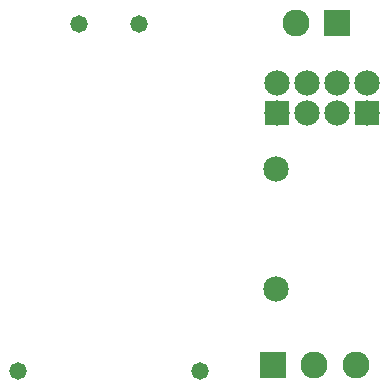
<source format=gts>
G04 MADE WITH FRITZING*
G04 WWW.FRITZING.ORG*
G04 DOUBLE SIDED*
G04 HOLES PLATED*
G04 CONTOUR ON CENTER OF CONTOUR VECTOR*
%ASAXBY*%
%FSLAX23Y23*%
%MOIN*%
%OFA0B0*%
%SFA1.0B1.0*%
%ADD10C,0.084472*%
%ADD11C,0.057978*%
%ADD12C,0.090000*%
%ADD13C,0.085000*%
%ADD14R,0.084472X0.084108*%
%ADD15R,0.090000X0.090000*%
%LNMASK1*%
G90*
G70*
G54D10*
X1271Y963D03*
X1271Y1063D03*
X1170Y963D03*
X1170Y1063D03*
X1070Y963D03*
X1070Y1063D03*
X969Y963D03*
X969Y1063D03*
X1271Y963D03*
X1271Y1063D03*
X1170Y963D03*
X1170Y1063D03*
X1070Y963D03*
X1070Y1063D03*
X969Y963D03*
X969Y1063D03*
G54D11*
X310Y1259D03*
X508Y1259D03*
X712Y102D03*
X106Y102D03*
G54D12*
X1171Y1263D03*
X1033Y1263D03*
G54D13*
X967Y377D03*
X967Y777D03*
G54D12*
X956Y122D03*
X1094Y122D03*
X1232Y122D03*
G54D14*
X1271Y963D03*
X1271Y963D03*
X969Y963D03*
G54D15*
X1171Y1263D03*
X956Y122D03*
G04 End of Mask1*
M02*
</source>
